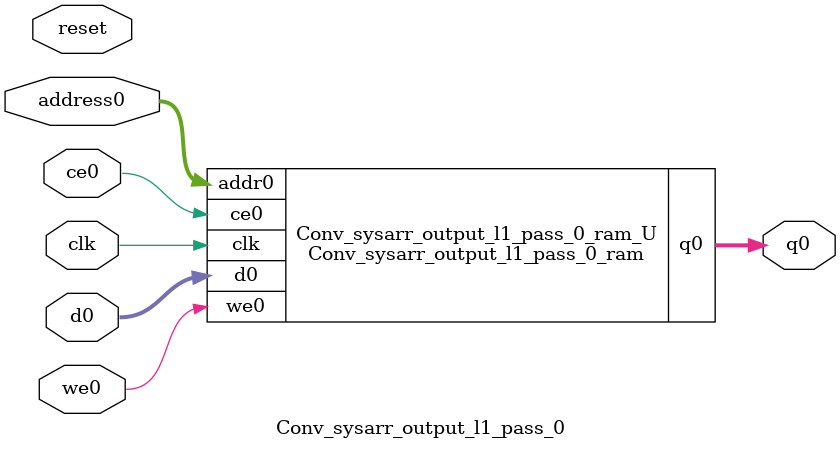
<source format=v>
`timescale 1 ns / 1 ps
module Conv_sysarr_output_l1_pass_0_ram (addr0, ce0, d0, we0, q0,  clk);

parameter DWIDTH = 32;
parameter AWIDTH = 10;
parameter MEM_SIZE = 1024;

input[AWIDTH-1:0] addr0;
input ce0;
input[DWIDTH-1:0] d0;
input we0;
output reg[DWIDTH-1:0] q0;
input clk;

(* ram_style = "block" *)reg [DWIDTH-1:0] ram[0:MEM_SIZE-1];




always @(posedge clk)  
begin 
    if (ce0) begin
        if (we0) 
            ram[addr0] <= d0; 
        q0 <= ram[addr0];
    end
end


endmodule

`timescale 1 ns / 1 ps
module Conv_sysarr_output_l1_pass_0(
    reset,
    clk,
    address0,
    ce0,
    we0,
    d0,
    q0);

parameter DataWidth = 32'd32;
parameter AddressRange = 32'd1024;
parameter AddressWidth = 32'd10;
input reset;
input clk;
input[AddressWidth - 1:0] address0;
input ce0;
input we0;
input[DataWidth - 1:0] d0;
output[DataWidth - 1:0] q0;



Conv_sysarr_output_l1_pass_0_ram Conv_sysarr_output_l1_pass_0_ram_U(
    .clk( clk ),
    .addr0( address0 ),
    .ce0( ce0 ),
    .we0( we0 ),
    .d0( d0 ),
    .q0( q0 ));

endmodule


</source>
